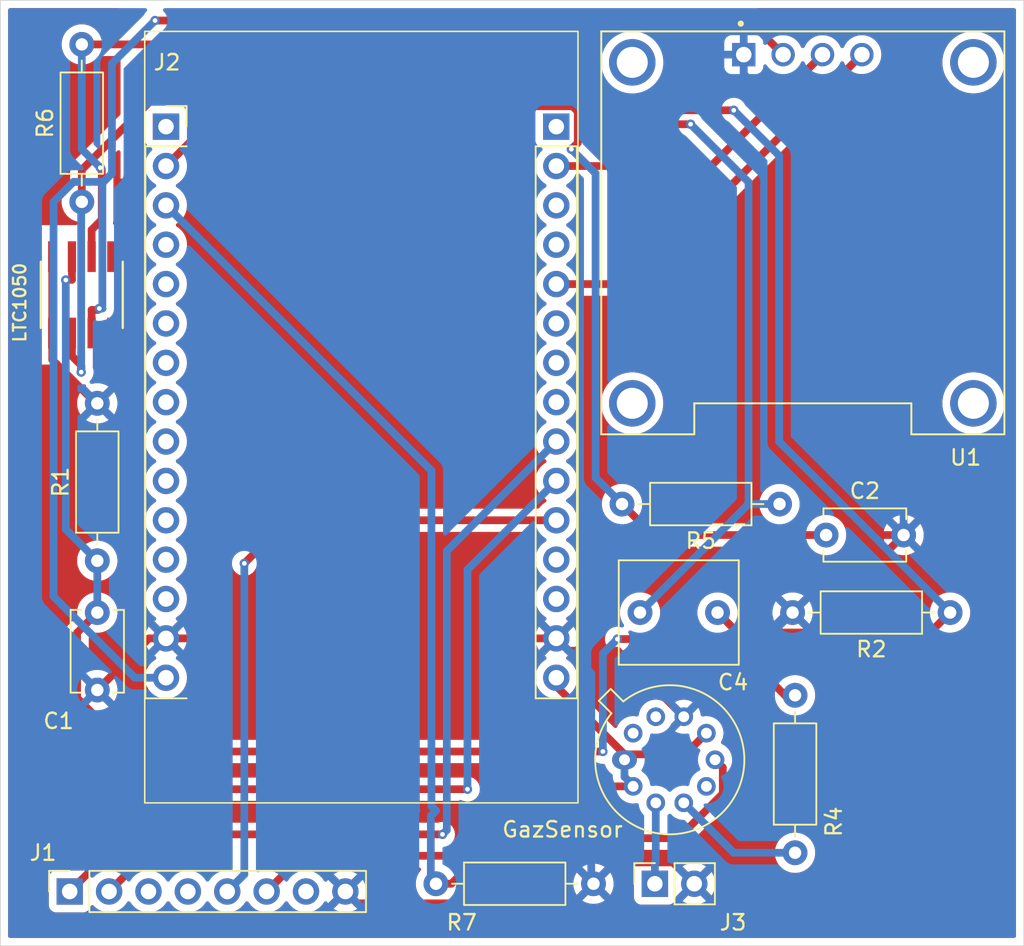
<source format=kicad_pcb>
(kicad_pcb (version 20241229) (generator "pcbnew") (generator_version "9.0")
  (layers (0 "F.Cu" signal) (2 "B.Cu" signal) (13 "F.Paste" user) (15 "B.Paste" user) (5 "F.SilkS" user "F.Silkscreen") (7 "B.SilkS" user "B.Silkscreen") (1 "F.Mask" user) (3 "B.Mask" user) (25 "Edge.Cuts" user))
  (net 0 "")
  (net 1 "Net-(LTC1050-+IN)")
  (net 2 "GND")
  (net 3 "ADC")
  (net 4 "Net-(LTC1050--IN)")
  (net 5 "Net-(LTC1050-OUT)")
  (net 6 "+3.3V")
  (net 7 "+5V")
  (net 10 "GazSensor1")
  (net 11 "GazSensor2")
  (net 12 "TempSensor")
  (net 14 "RST")
  (net 17 "RX")
  (net 18 "TX")
  (net 40 "OLED_SDA")
  (net 41 "OLED_SCL")
  (net 42 "15V")
  (footprint "Capacitor_THT:C_Disc_D5.1mm_W3.2mm_P5.00mm" (layer "F.Cu") (at 141 88.5)
    (property "Reference" "C2" (at 2.5 -2.85 0) (layer "F.SilkS"))
    (property "Value" "100n")
    (fp_line (start -0.17 -1.72) (end 5.17 -1.72) (stroke (width 0.12)) (layer "F.SilkS"))
    (fp_line (start -0.17 -1.026) (end -0.17 -1.72) (stroke (width 0.12)) (layer "F.SilkS"))
    (fp_line (start -0.17 1.72) (end -0.17 1.026) (stroke (width 0.12)) (layer "F.SilkS"))
    (fp_line (start 5.17 -1.72) (end 5.17 -1.026) (stroke (width 0.12)) (layer "F.SilkS"))
    (fp_line (start 5.17 1.026) (end 5.17 1.72) (stroke (width 0.12)) (layer "F.SilkS"))
    (fp_line (start 5.17 1.72) (end -0.17 1.72) (stroke (width 0.12)) (layer "F.SilkS"))
    (pad "1" thru_hole circle (at 0 0) (size 1.6 1.6) (drill 0.8) (layers "*.Cu" "*.Mask") (net 3 "ADC"))
    (pad "2" thru_hole circle (at 5 0) (size 1.6 1.6) (drill 0.8) (layers "*.Cu" "*.Mask") (net 2 "GND"))
  )
  (footprint "Resistor_THT:R_Axial_DIN0207_L6.3mm_D2.5mm_P10.16mm_Horizontal" (layer "F.Cu") (at 138 86.5 180)
    (property "Reference" "R5" (at 5.08 -2.37 0) (layer "F.SilkS"))
    (property "Value" "1k")
    (fp_line (start 9.12 0) (end 8.35 0) (stroke (width 0.12)) (layer "F.SilkS"))
    (fp_line (start 1.04 0) (end 1.81 0) (stroke (width 0.12)) (layer "F.SilkS"))
    (fp_rect (start 1.81 -1.37) (end 8.35 1.37) (stroke (width 0.12)) (fill no) (layer "F.SilkS"))
    (pad "1" thru_hole circle (at 0 0 180) (size 1.6 1.6) (drill 0.8) (layers "*.Cu" "*.Mask") (net 5 "Net-(LTC1050-OUT)"))
    (pad "2" thru_hole circle (at 10.16 0 180) (size 1.6 1.6) (drill 0.8) (layers "*.Cu" "*.Mask") (net 3 "ADC"))
  )
  (footprint "Resistor_THT:R_Axial_DIN0207_L6.3mm_D2.5mm_P10.16mm_Horizontal" (layer "F.Cu") (at 94 90.16 90)
    (property "Reference" "R1" (at 5.08 -2.37 90) (layer "F.SilkS"))
    (property "Value" "100k")
    (fp_line (start 9.12 0) (end 8.35 0) (stroke (width 0.12)) (layer "F.SilkS"))
    (fp_line (start 1.04 0) (end 1.81 0) (stroke (width 0.12)) (layer "F.SilkS"))
    (fp_rect (start 1.81 -1.37) (end 8.35 1.37) (stroke (width 0.12)) (fill no) (layer "F.SilkS"))
    (pad "1" thru_hole circle (at 0 0 90) (size 1.6 1.6) (drill 0.8) (layers "*.Cu" "*.Mask") (net 1 "Net-(LTC1050-+IN)"))
    (pad "2" thru_hole circle (at 10.16 0 90) (size 1.6 1.6) (drill 0.8) (layers "*.Cu" "*.Mask") (net 2 "GND"))
  )
  (footprint "DM-OLED096-636:MODULE_DM-OLED096-636" (layer "F.Cu") (at 139.5 69)
    (property "Reference" "U1" (at 10.5 14.5 0) (layer "F.SilkS"))
    (property "Value" "DM-OLED096-636" (hide yes))
    (fp_line (start -13 -13) (end 13 -13) (stroke (width 0.127)) (layer "F.SilkS"))
    (fp_line (start -13 13) (end -13 -13) (stroke (width 0.127)) (layer "F.SilkS"))
    (fp_line (start -7 11) (end -7 13) (stroke (width 0.127)) (layer "F.SilkS"))
    (fp_line (start -7 13) (end -13 13) (stroke (width 0.127)) (layer "F.SilkS"))
    (fp_line (start 7 11) (end -7 11) (stroke (width 0.127)) (layer "F.SilkS"))
    (fp_line (start 7 13) (end 7 11) (stroke (width 0.127)) (layer "F.SilkS"))
    (fp_line (start 13 -13) (end 13 13) (stroke (width 0.127)) (layer "F.SilkS"))
    (fp_line (start 13 13) (end 7 13) (stroke (width 0.127)) (layer "F.SilkS"))
    (fp_circle (center -4 -13.5) (end -3.9 -13.5) (stroke (width 0.2)) (fill no) (layer "F.SilkS"))
    (pad "1" thru_hole rect (at -3.81 -11.5) (size 1.508 1.508) (drill 1) (layers "*.Cu" "*.Mask") (net 2 "GND"))
    (pad "2" thru_hole circle (at -1.27 -11.5) (size 1.508 1.508) (drill 1) (layers "*.Cu" "*.Mask") (net 7 "+5V"))
    (pad "3" thru_hole circle (at 1.27 -11.5) (size 1.508 1.508) (drill 1) (layers "*.Cu" "*.Mask") (net 41 "OLED_SCL"))
    (pad "4" thru_hole circle (at 3.81 -11.5) (size 1.508 1.508) (drill 1) (layers "*.Cu" "*.Mask") (net 40 "OLED_SDA"))
    (pad "S1" thru_hole circle (at -11 -11) (size 3 3) (drill 2) (layers "*.Cu" "*.Mask"))
    (pad "S2" thru_hole circle (at 11 -11) (size 3 3) (drill 2) (layers "*.Cu" "*.Mask"))
    (pad "S3" thru_hole circle (at 11 11) (size 3 3) (drill 2) (layers "*.Cu" "*.Mask"))
    (pad "S4" thru_hole circle (at -11 11) (size 3 3) (drill 2) (layers "*.Cu" "*.Mask"))
  )
  (footprint "Resistor_THT:R_Axial_DIN0207_L6.3mm_D2.5mm_P10.16mm_Horizontal" (layer "F.Cu") (at 93 67 90)
    (property "Reference" "R6" (at 5.08 -2.37 90) (layer "F.SilkS"))
    (property "Value" "100k")
    (fp_line (start 9.12 0) (end 8.35 0) (stroke (width 0.12)) (layer "F.SilkS"))
    (fp_line (start 1.04 0) (end 1.81 0) (stroke (width 0.12)) (layer "F.SilkS"))
    (fp_rect (start 1.81 -1.37) (end 8.35 1.37) (stroke (width 0.12)) (fill no) (layer "F.SilkS"))
    (pad "1" thru_hole circle (at 0 0 90) (size 1.6 1.6) (drill 0.8) (layers "*.Cu" "*.Mask") (net 5 "Net-(LTC1050-OUT)"))
    (pad "2" thru_hole circle (at 10.16 0 90) (size 1.6 1.6) (drill 0.8) (layers "*.Cu" "*.Mask") (net 4 "Net-(LTC1050--IN)"))
  )
  (footprint "Capacitor_THT:C_Disc_D5.1mm_W3.2mm_P5.00mm" (layer "F.Cu") (at 94 93.5 -90)
    (property "Reference" "C1" (at 7 2.5 180) (layer "F.SilkS"))
    (property "Value" "100n")
    (fp_line (start -0.17 1.72) (end -0.17 1.026) (stroke (width 0.12)) (layer "F.SilkS"))
    (fp_line (start 5.17 1.72) (end -0.17 1.72) (stroke (width 0.12)) (layer "F.SilkS"))
    (fp_line (start 5.17 1.026) (end 5.17 1.72) (stroke (width 0.12)) (layer "F.SilkS"))
    (fp_line (start -0.17 -1.026) (end -0.17 -1.72) (stroke (width 0.12)) (layer "F.SilkS"))
    (fp_line (start -0.17 -1.72) (end 5.17 -1.72) (stroke (width 0.12)) (layer "F.SilkS"))
    (fp_line (start 5.17 -1.72) (end 5.17 -1.026) (stroke (width 0.12)) (layer "F.SilkS"))
    (pad "1" thru_hole circle (at 0 0 270) (size 1.6 1.6) (drill 0.8) (layers "*.Cu" "*.Mask") (net 1 "Net-(LTC1050-+IN)"))
    (pad "2" thru_hole circle (at 5 0 270) (size 1.6 1.6) (drill 0.8) (layers "*.Cu" "*.Mask") (net 2 "GND"))
  )
  (footprint "Resistor_THT:R_Axial_DIN0207_L6.3mm_D2.5mm_P10.16mm_Horizontal" (layer "F.Cu") (at 149 93.5 180)
    (property "Reference" "R2" (at 5.08 -2.37 0) (layer "F.SilkS"))
    (property "Value" "1k")
    (fp_line (start 9.12 0) (end 8.35 0) (stroke (width 0.12)) (layer "F.SilkS"))
    (fp_line (start 1.04 0) (end 1.81 0) (stroke (width 0.12)) (layer "F.SilkS"))
    (fp_rect (start 1.81 -1.37) (end 8.35 1.37) (stroke (width 0.12)) (fill no) (layer "F.SilkS"))
    (pad "1" thru_hole circle (at 0 0 180) (size 1.6 1.6) (drill 0.8) (layers "*.Cu" "*.Mask") (net 4 "Net-(LTC1050--IN)"))
    (pad "2" thru_hole circle (at 10.16 0 180) (size 1.6 1.6) (drill 0.8) (layers "*.Cu" "*.Mask") (net 2 "GND"))
  )
  (footprint "Connector_PinSocket_2.54mm:PinSocket_1x02_P2.54mm_Vertical" (layer "F.Cu") (at 129.96 111 90)
    (property "Reference" "J3" (at -2.5 5.04 180) (layer "F.SilkS"))
    (property "Value" "Conn_01x02_Socket" (hide yes))
    (fp_line (start 1.33 -1.33) (end 1.33 0) (stroke (width 0.12)) (layer "F.SilkS"))
    (fp_line (start 0 -1.33) (end 1.33 -1.33) (stroke (width 0.12)) (layer "F.SilkS"))
    (fp_line (start 1.33 1.27) (end 1.33 3.87) (stroke (width 0.12)) (layer "F.SilkS"))
    (fp_line (start -1.33 1.27) (end 1.33 1.27) (stroke (width 0.12)) (layer "F.SilkS"))
    (fp_line (start -1.33 1.27) (end -1.33 3.87) (stroke (width 0.12)) (layer "F.SilkS"))
    (fp_line (start -1.33 3.87) (end 1.33 3.87) (stroke (width 0.12)) (layer "F.SilkS"))
    (pad "1" thru_hole rect (at 0 0 90) (size 1.7 1.7) (drill 1) (layers "*.Cu" "*.Mask") (net 42 "15V"))
    (pad "2" thru_hole circle (at 0 2.54 90) (size 1.7 1.7) (drill 1) (layers "*.Cu" "*.Mask") (net 2 "GND"))
  )
  (footprint "Package_TO_SOT_THT:TO-5-10_Window" (layer "F.Cu") (at 128 103)
    (property "Reference" "GazSensor" (at -4 4.5 0) (layer "F.SilkS"))
    (property "Value" "~" (hide yes))
    (fp_line (start -1.654693 -3.811018) (end -0.84152 -2.997844) (stroke (width 0.12)) (layer "F.SilkS"))
    (fp_line (start -0.891018 -4.574693) (end -1.654693 -3.811018) (stroke (width 0.12)) (layer "F.SilkS"))
    (fp_line (start -0.077844 -3.76152) (end -0.891018 -4.574693) (stroke (width 0.12)) (layer "F.SilkS"))
    (fp_arc (start -0.077844 -3.76152) (mid 6.321184 3.401184) (end -0.84152 -2.997844) (stroke (width 0.12)) (layer "F.SilkS"))
    (pad "1" thru_hole oval (at 0 0) (size 1.6 1.2) (drill 0.7) (layers "*.Cu" "*.Mask") (net 6 "+3.3V"))
    (pad "2" thru_hole circle (at 0.55767 1.716333) (size 1.2 1.2) (drill 0.7) (layers "*.Cu" "*.Mask") (net 6 "+3.3V"))
    (pad "3" thru_hole circle (at 2.01767 2.777085) (size 1.2 1.2) (drill 0.7) (layers "*.Cu" "*.Mask") (net 42 "15V"))
    (pad "4" thru_hole circle (at 3.82233 2.777085) (size 1.2 1.2) (drill 0.7) (layers "*.Cu" "*.Mask") (net 10 "GazSensor1"))
    (pad "5" thru_hole circle (at 5.28233 1.716333) (size 1.2 1.2) (drill 0.7) (layers "*.Cu" "*.Mask"))
    (pad "6" thru_hole circle (at 5.84 0) (size 1.2 1.2) (drill 0.7) (layers "*.Cu" "*.Mask") (net 12 "TempSensor"))
    (pad "7" thru_hole circle (at 5.28233 -1.716333) (size 1.2 1.2) (drill 0.7) (layers "*.Cu" "*.Mask") (net 6 "+3.3V"))
    (pad "8" thru_hole circle (at 3.82233 -2.777085) (size 1.2 1.2) (drill 0.7) (layers "*.Cu" "*.Mask") (net 2 "GND"))
    (pad "9" thru_hole circle (at 2.01767 -2.777085) (size 1.2 1.2) (drill 0.7) (layers "*.Cu" "*.Mask") (net 11 "GazSensor2"))
    (pad "10" thru_hole circle (at 0.55767 -1.716333) (size 1.2 1.2) (drill 0.7) (layers "*.Cu" "*.Mask"))
  )
  (footprint "Resistor_THT:R_Axial_DIN0207_L6.3mm_D2.5mm_P10.16mm_Horizontal" (layer "F.Cu") (at 115.84 111)
    (property "Reference" "R7" (at 1.66 2.5 0) (layer "F.SilkS"))
    (property "Value" "10k")
    (fp_line (start 1.04 0) (end 1.81 0) (stroke (width 0.12)) (layer "F.SilkS"))
    (fp_line (start 9.12 0) (end 8.35 0) (stroke (width 0.12)) (layer "F.SilkS"))
    (fp_rect (start 1.81 -1.37) (end 8.35 1.37) (stroke (width 0.12)) (fill no) (layer "F.SilkS"))
    (pad "1" thru_hole circle (at 0 0) (size 1.6 1.6) (drill 0.8) (layers "*.Cu" "*.Mask") (net 12 "TempSensor"))
    (pad "2" thru_hole circle (at 10.16 0) (size 1.6 1.6) (drill 0.8) (layers "*.Cu" "*.Mask") (net 2 "GND"))
  )
  (footprint "Connector_PinSocket_2.54mm:PinSocket_1x08_P2.54mm_Vertical" (layer "F.Cu") (at 92.22 111.5 90)
    (property "Reference" "J1" (at 2.5 -1.72 180) (layer "F.SilkS"))
    (property "Value" "Conn_01x08_Socket" (hide yes))
    (fp_line (start 1.33 -1.33) (end 1.33 0) (stroke (width 0.12)) (layer "F.SilkS"))
    (fp_line (start 0 -1.33) (end 1.33 -1.33) (stroke (width 0.12)) (layer "F.SilkS"))
    (fp_line (start 1.33 1.27) (end 1.33 19.11) (stroke (width 0.12)) (layer "F.SilkS"))
    (fp_line (start -1.33 1.27) (end 1.33 1.27) (stroke (width 0.12)) (layer "F.SilkS"))
    (fp_line (start -1.33 1.27) (end -1.33 19.11) (stroke (width 0.12)) (layer "F.SilkS"))
    (fp_line (start -1.33 19.11) (end 1.33 19.11) (stroke (width 0.12)) (layer "F.SilkS"))
    (pad "1" thru_hole rect (at 0 0 90) (size 1.7 1.7) (drill 1) (layers "*.Cu" "*.Mask") (net 17 "RX"))
    (pad "2" thru_hole circle (at 0 2.54 90) (size 1.7 1.7) (drill 1) (layers "*.Cu" "*.Mask") (net 18 "TX"))
    (pad "3" thru_hole circle (at 0 5.08 90) (size 1.7 1.7) (drill 1) (layers "*.Cu" "*.Mask"))
    (pad "4" thru_hole circle (at 0 7.62 90) (size 1.7 1.7) (drill 1) (layers "*.Cu" "*.Mask"))
    (pad "5" thru_hole circle (at 0 10.16 90) (size 1.7 1.7) (drill 1) (layers "*.Cu" "*.Mask") (net 14 "RST"))
    (pad "6" thru_hole circle (at 0 12.7 90) (size 1.7 1.7) (drill 1) (layers "*.Cu" "*.Mask") (net 6 "+3.3V"))
    (pad "7" thru_hole circle (at 0 15.24 90) (size 1.7 1.7) (drill 1) (layers "*.Cu" "*.Mask"))
    (pad "8" thru_hole circle (at 0 17.78 90) (size 1.7 1.7) (drill 1) (layers "*.Cu" "*.Mask") (net 2 "GND"))
  )
  (footprint "LTC1050HS8_TRPBF:SO-8_S" (layer "F.Cu") (at 93 73 -90)
    (property "Reference" "LTC1050" (at 0.5 4 270) (layer "F.SilkS") (effects (font (size 0.8 0.8))))
    (property "Value" "~" (hide yes))
    (fp_line (start -2.1336 2.6416) (end 2.1336 2.6416) (stroke (width 0.1524)) (layer "F.SilkS"))
    (fp_line (start 2.1336 -2.6416) (end -2.1336 -2.6416) (stroke (width 0.1524)) (layer "F.SilkS"))
    (pad "1" smd rect (at -2.4638 -1.905 270) (size 1.9812 0.5334) (layers "F.Cu" "F.Mask" "F.Paste"))
    (pad "2" smd rect (at -2.4638 -0.635 270) (size 1.9812 0.5334) (layers "F.Cu" "F.Mask" "F.Paste") (net 4 "Net-(LTC1050--IN)"))
    (pad "3" smd rect (at -2.4638 0.635 270) (size 1.9812 0.5334) (layers "F.Cu" "F.Mask" "F.Paste") (net 1 "Net-(LTC1050-+IN)"))
    (pad "4" smd rect (at -2.4638 1.905 270) (size 1.9812 0.5334) (layers "F.Cu" "F.Mask" "F.Paste") (net 2 "GND"))
    (pad "5" smd rect (at 2.4638 1.905 270) (size 1.9812 0.5334) (layers "F.Cu" "F.Mask" "F.Paste") (net 2 "GND"))
    (pad "6" smd rect (at 2.4638 0.635 270) (size 1.9812 0.5334) (layers "F.Cu" "F.Mask" "F.Paste") (net 5 "Net-(LTC1050-OUT)"))
    (pad "7" smd rect (at 2.4638 -0.635 270) (size 1.9812 0.5334) (layers "F.Cu" "F.Mask" "F.Paste") (net 7 "+5V"))
    (pad "8" smd rect (at 2.4638 -1.905 270) (size 1.9812 0.5334) (layers "F.Cu" "F.Mask" "F.Paste"))
  )
  (footprint "Capacitor_THT:C_Rect_L7.5mm_W6.5mm_P5.00mm" (layer "F.Cu") (at 134 93.5 180)
    (property "Reference" "C4" (at -1 -4.5 0) (layer "F.SilkS"))
    (property "Value" "1µ")
    (fp_line (start 6.37 3.37) (end -1.37 3.37) (stroke (width 0.12)) (layer "F.SilkS"))
    (fp_line (start 6.37 -3.37) (end 6.37 3.37) (stroke (width 0.12)) (layer "F.SilkS"))
    (fp_line (start -1.37 3.37) (end -1.37 -3.37) (stroke (width 0.12)) (layer "F.SilkS"))
    (fp_line (start -1.37 -3.37) (end 6.37 -3.37) (stroke (width 0.12)) (layer "F.SilkS"))
    (pad "1" thru_hole circle (at 0 0 180) (size 1.6 1.6) (drill 0.8) (layers "*.Cu" "*.Mask") (net 4 "Net-(LTC1050--IN)"))
    (pad "2" thru_hole circle (at 5 0 180) (size 1.6 1.6) (drill 0.8) (layers "*.Cu" "*.Mask") (net 5 "Net-(LTC1050-OUT)"))
  )
  (footprint "Custom_Footprint_ESP32:Custom" (layer "F.Cu") (at 112 80)
    (property "Reference" "J2" (at -13.5 -22 0) (layer "F.SilkS"))
    (property "Value" "Conn_ESP32_Custom" (hide yes))
    (fp_line (start -14.8984 -16.5832) (end -14.8984 19.0368) (stroke (width 0.12)) (layer "F.SilkS"))
    (fp_line (start -14.8984 -16.5832) (end -12.2384 -16.5832) (stroke (width 0.12)) (layer "F.SilkS"))
    (fp_line (start -14.8984 19.0368) (end -12.2384 19.0368) (stroke (width 0.12)) (layer "F.SilkS"))
    (fp_line (start -13.5684 -19.1832) (end -12.2384 -19.1832) (stroke (width 0.12)) (layer "F.SilkS"))
    (fp_line (start -12.2384 -19.1832) (end -12.2384 -17.8532) (stroke (width 0.12)) (layer "F.SilkS"))
    (fp_line (start 10.273 -16.5832) (end 10.273 19.0368) (stroke (width 0.12)) (layer "F.SilkS"))
    (fp_line (start 10.273 -16.5832) (end 12.933 -16.5832) (stroke (width 0.12)) (layer "F.SilkS"))
    (fp_line (start 10.273 19.0368) (end 12.933 19.0368) (stroke (width 0.12)) (layer "F.SilkS"))
    (fp_line (start 12.933 -16.5832) (end 12.933 19.0368) (stroke (width 0.12)) (layer "F.SilkS"))
    (fp_rect (start -14.94 -24) (end 13 25.784) (stroke (width 0.1)) (fill no) (layer "F.SilkS"))
    (pad "1" thru_hole rect (at -13.5684 -17.8532) (size 1.7 1.7) (drill 1) (layers "*.Cu" "*.Mask"))
    (pad "2" thru_hole circle (at -13.5684 -15.3132) (size 1.7 1.7) (drill 1) (layers "*.Cu" "*.Mask") (net 3 "ADC"))
    (pad "3" thru_hole circle (at -13.5684 -12.7732) (size 1.7 1.7) (drill 1) (layers "*.Cu" "*.Mask") (net 12 "TempSensor"))
    (pad "4" thru_hole circle (at -13.5684 -10.2332) (size 1.7 1.7) (drill 1) (layers "*.Cu" "*.Mask"))
    (pad "5" thru_hole circle (at -13.5684 -7.6932) (size 1.7 1.7) (drill 1) (layers "*.Cu" "*.Mask"))
    (pad "6" thru_hole circle (at -13.5684 -5.1532) (size 1.7 1.7) (drill 1) (layers "*.Cu" "*.Mask"))
    (pad "7" thru_hole circle (at -13.5684 -2.6132) (size 1.7 1.7) (drill 1) (layers "*.Cu" "*.Mask"))
    (pad "8" thru_hole circle (at -13.5684 -0.0732) (size 1.7 1.7) (drill 1) (layers "*.Cu" "*.Mask"))
    (pad "9" thru_hole circle (at -13.5684 2.4668) (size 1.7 1.7) (drill 1) (layers "*.Cu" "*.Mask"))
    (pad "10" thru_hole circle (at -13.5684 5.0068) (size 1.7 1.7) (drill 1) (layers "*.Cu" "*.Mask"))
    (pad "11" thru_hole circle (at -13.5684 7.5468) (size 1.7 1.7) (drill 1) (layers "*.Cu" "*.Mask"))
    (pad "12" thru_hole circle (at -13.5684 10.0868) (size 1.7 1.7) (drill 1) (layers "*.Cu" "*.Mask"))
    (pad "13" thru_hole circle (at -13.5684 12.6268) (size 1.7 1.7) (drill 1) (layers "*.Cu" "*.Mask"))
    (pad "14" thru_hole circle (at -13.5684 15.1668) (size 1.7 1.7) (drill 1) (layers "*.Cu" "*.Mask") (net 2 "GND"))
    (pad "15" thru_hole circle (at -13.5684 17.7068) (size 1.7 1.7) (drill 1) (layers "*.Cu" "*.Mask") (net 7 "+5V"))
    (pad "16" thru_hole rect (at 11.603 -17.8532) (size 1.7 1.7) (drill 1) (layers "*.Cu" "*.Mask"))
    (pad "17" thru_hole circle (at 11.603 -15.3132) (size 1.7 1.7) (drill 1) (layers "*.Cu" "*.Mask") (net 41 "OLED_SCL"))
    (pad "18" thru_hole circle (at 11.603 -12.7732) (size 1.7 1.7) (drill 1) (layers "*.Cu" "*.Mask"))
    (pad "19" thru_hole circle (at 11.603 -10.2332) (size 1.7 1.7) (drill 1) (layers "*.Cu" "*.Mask"))
    (pad "20" thru_hole circle (at 11.603 -7.6932) (size 1.7 1.7) (drill 1) (layers "*.Cu" "*.Mask") (net 40 "OLED_SDA"))
    (pad "21" thru_hole circle (at 11.603 -5.1532) (size 1.7 1.7) (drill 1) (layers "*.Cu" "*.Mask"))
    (pad "22" thru_hole circle (at 11.603 -2.6132) (size 1.7 1.7) (drill 1) (layers "*.Cu" "*.Mask"))
    (pad "23" thru_hole circle (at 11.603 -0.0732) (size 1.7 1.7) (drill 1) (layers "*.Cu" "*.Mask"))
    (pad "24" thru_hole circle (at 11.603 2.4668) (size 1.7 1.7) (drill 1) (layers "*.Cu" "*.Mask") (net 18 "TX"))
    (pad "25" thru_hole circle (at 11.603 5.0068) (size 1.7 1.7) (drill 1) (layers "*.Cu" "*.Mask") (net 17 "RX"))
    (pad "26" thru_hole circle (at 11.603 7.5468) (size 1.7 1.7) (drill 1) (layers "*.Cu" "*.Mask") (net 14 "RST"))
    (pad "27" thru_hole circle (at 11.603 10.0868) (size 1.7 1.7) (drill 1) (layers "*.Cu" "*.Mask"))
    (pad "28" thru_hole circle (at 11.603 12.6268) (size 1.7 1.7) (drill 1) (layers "*.Cu" "*.Mask"))
    (pad "29" thru_hole circle (at 11.603 15.1668) (size 1.7 1.7) (drill 1) (layers "*.Cu" "*.Mask") (net 2 "GND"))
    (pad "30" thru_hole circle (at 11.603 17.7068) (size 1.7 1.7) (drill 1) (layers "*.Cu" "*.Mask") (net 6 "+3.3V"))
  )
  (footprint "Resistor_THT:R_Axial_DIN0207_L6.3mm_D2.5mm_P10.16mm_Horizontal" (layer "F.Cu") (at 139 109 90)
    (property "Reference" "R4" (at 2 2.5 90) (layer "F.SilkS"))
    (property "Value" "10k")
    (fp_line (start 9.12 0) (end 8.35 0) (stroke (width 0.12)) (layer "F.SilkS"))
    (fp_line (start 1.04 0) (end 1.81 0) (stroke (width 0.12)) (layer "F.SilkS"))
    (fp_rect (start 1.81 -1.37) (end 8.35 1.37) (stroke (width 0.12)) (fill no) (layer "F.SilkS"))
    (pad "1" thru_hole circle (at 0 0 90) (size 1.6 1.6) (drill 0.8) (layers "*.Cu" "*.Mask") (net 10 "GazSensor1"))
    (pad "2" thru_hole circle (at 10.16 0 90) (size 1.6 1.6) (drill 0.8) (layers "*.Cu" "*.Mask") (net 1 "Net-(LTC1050-+IN)"))
  )
  (gr_rect (start 87.75 54) (end 153.75 115) (stroke (width 0.05)) (fill no) (layer "Edge.Cuts"))
  (segment (start 126.6063 102.4669) (end 96.1527 102.4669) (width 0.5) (layer "F.Cu") (net 1))
  (segment (start 134.7218 95.212) (end 127.5426 95.212) (width 0.5) (layer "F.Cu") (net 1))
  (segment (start 92.6976 94.8024) (end 94 93.5) (width 0.5) (layer "F.Cu") (net 1))
  (segment (start 92.6976 99.0118) (end 92.6976 94.8024) (width 0.5) (layer "F.Cu") (net 1))
  (segment (start 91.9675 72.0472) (end 91.9659 72.0472) (width 0.5) (layer "F.Cu") (net 1))
  (segment (start 92.365 72.0268) (end 91.9879 72.0268) (width 0.5) (layer "F.Cu") (net 1))
  (segment (start 138.3498 98.84) (end 134.7218 95.212) (width 0.5) (layer "F.Cu") (net 1))
  (segment (start 96.1527 102.4669) (end 92.6976 99.0118) (width 0.5) (layer "F.Cu") (net 1))
  (segment (start 91.9659 72.0472) (end 91.9675 72.0472) (width 0.5) (layer "F.Cu") (net 1))
  (segment (start 92.365 70.5362) (end 92.365 72.0268) (width 0.5) (layer "F.Cu") (net 1))
  (segment (start 91.9879 72.0268) (end 91.9675 72.0472) (width 0.5) (layer "F.Cu") (net 1))
  (segment (start 139 98.84) (end 138.3498 98.84) (width 0.5) (layer "F.Cu") (net 1))
  (via (at 91.9675 72.0472) (size 0.6) (drill 0.3) (layers "F.Cu" "B.Cu") (net 1))
  (via (at 126.6063 102.4669) (size 0.6) (drill 0.3) (layers "F.Cu" "B.Cu") (net 1))
  (via (at 127.5426 95.212) (size 0.6) (drill 0.3) (layers "F.Cu" "B.Cu") (net 1))
  (segment (start 126.6063 96.1483) (end 126.6063 102.4669) (width 0.5) (layer "B.Cu") (net 1))
  (segment (start 91.9659 72.0472) (end 91.9675 72.0472) (width 0.5) (layer "B.Cu") (net 1))
  (segment (start 94 90.16) (end 91.9675 88.1275) (width 0.5) (layer "B.Cu") (net 1))
  (segment (start 127.5426 95.212) (end 126.6063 96.1483) (width 0.5) (layer "B.Cu") (net 1))
  (segment (start 91.9675 72.0472) (end 91.9659 72.0472) (width 0.5) (layer "B.Cu") (net 1))
  (segment (start 91.9675 88.1275) (end 91.9675 72.0472) (width 0.5) (layer "B.Cu") (net 1))
  (segment (start 94 90.16) (end 94 93.5) (width 0.5) (layer "B.Cu") (net 1))
  (segment (start 91.095 70.5362) (end 91.095 75.4638) (width 0.5) (layer "F.Cu") (net 2))
  (segment (start 124.7353 112.2647) (end 110.7647 112.2647) (width 0.5) (layer "F.Cu") (net 2))
  (segment (start 123.603 95.1668) (end 98.4316 95.1668) (width 0.5) (layer "F.Cu") (net 2))
  (segment (start 93.9128 80) (end 94 80) (width 0.5) (layer "F.Cu") (net 2))
  (segment (start 127.5631 95.9637) (end 131.8223 100.2229) (width 0.5) (layer "F.Cu") (net 2))
  (segment (start 131.1224 109.6224) (end 132.5 111) (width 0.5) (layer "F.Cu") (net 2))
  (segment (start 126 111) (end 124.7353 112.2647) (width 0.5) (layer "F.Cu") (net 2))
  (segment (start 97.3332 95.1668) (end 98.4316 95.1668) (width 0.5) (layer "F.Cu") (net 2))
  (segment (start 127.3776 109.6224) (end 131.1224 109.6224) (width 0.5) (layer "F.Cu") (net 2))
  (segment (start 126 111) (end 127.3776 109.6224) (width 0.5) (layer "F.Cu") (net 2))
  (segment (start 91.095 75.4638) (end 91.095 77.1822) (width 0.5) (layer "F.Cu") (net 2))
  (segment (start 124.3999 95.9637) (end 127.5631 95.9637) (width 0.5) (layer "F.Cu") (net 2))
  (segment (start 143.84 88.5) (end 146 88.5) (width 0.5) (layer "F.Cu") (net 2))
  (segment (start 138.84 93.5) (end 143.84 88.5) (width 0.5) (layer "F.Cu") (net 2))
  (segment (start 94 98.5) (end 97.3332 95.1668) (width 0.5) (layer "F.Cu") (net 2))
  (segment (start 91.095 77.1822) (end 93.9128 80) (width 0.5) (layer "F.Cu") (net 2))
  (segment (start 110.7647 112.2647) (end 110 111.5) (width 0.5) (layer "F.Cu") (net 2))
  (segment (start 123.603 95.1668) (end 124.3999 95.9637) (width 0.5) (layer "F.Cu") (net 2))
  (segment (start 135.69 57.5) (end 135.69 58.754) (width 0.5) (layer "B.Cu") (net 2))
  (segment (start 98.4316 95.1668) (end 96.5345 93.2697) (width 0.5) (layer "B.Cu") (net 2))
  (segment (start 125.8546 110.8546) (end 126 111) (width 0.5) (layer "B.Cu") (net 2))
  (segment (start 131.8223 100.2229) (end 138.5452 93.5) (width 0.5) (layer "B.Cu") (net 2))
  (segment (start 96.5345 93.2697) (end 96.5345 82.5345) (width 0.5) (layer "B.Cu") (net 2))
  (segment (start 135.69 58.754) (end 146 69.064) (width 0.5) (layer "B.Cu") (net 2))
  (segment (start 146 69.064) (end 146 88.5) (width 0.5) (layer "B.Cu") (net 2))
  (segment (start 123.603 95.1668) (end 125.8546 97.4184) (width 0.5) (layer "B.Cu") (net 2))
  (segment (start 125.8546 97.4184) (end 125.8546 110.8546) (width 0.5) (layer "B.Cu") (net 2))
  (segment (start 96.5345 82.5345) (end 94 80) (width 0.5) (layer "B.Cu") (net 2))
  (segment (start 138.5452 93.5) (end 138.84 93.5) (width 0.5) (layer "B.Cu") (net 2))
  (segment (start 141 88.5) (end 129.84 88.5) (width 0.5) (layer "F.Cu") (net 3))
  (segment (start 102.2876 60.8308) (end 124.6461 60.8308) (width 0.5) (layer "F.Cu") (net 3))
  (segment (start 129.84 88.5) (end 127.84 86.5) (width 0.5) (layer "F.Cu") (net 3))
  (segment (start 124.6461 60.8308) (end 124.9874 61.1721) (width 0.5) (layer "F.Cu") (net 3))
  (segment (start 124.9874 61.1721) (end 124.9874 63.1898) (width 0.5) (layer "F.Cu") (net 3))
  (segment (start 98.4316 64.6868) (end 102.2876 60.8308) (width 0.5) (layer "F.Cu") (net 3))
  (segment (start 124.9874 63.1898) (end 124.5737 63.6035) (width 0.5) (layer "F.Cu") (net 3))
  (via (at 124.5737 63.6035) (size 0.6) (drill 0.3) (layers "F.Cu" "B.Cu") (net 3))
  (segment (start 126.1359 84.7959) (end 127.84 86.5) (width 0.5) (layer "B.Cu") (net 3))
  (segment (start 126.1359 65.1657) (end 126.1359 84.7959) (width 0.5) (layer "B.Cu") (net 3))
  (segment (start 124.5737 63.6035) (end 126.1359 65.1657) (width 0.5) (layer "B.Cu") (net 3))
  (segment (start 134.0022 93.5) (end 134 93.5) (width 0.5) (layer "F.Cu") (net 4))
  (segment (start 135.2913 94.7891) (end 134.0022 93.5) (width 0.5) (layer "F.Cu") (net 4))
  (segment (start 94.2888 68.1495) (end 93.635 68.8033) (width 0.5) (layer "F.Cu") (net 4))
  (segment (start 127.3491 61.0905) (end 123.0986 56.84) (width 0.5) (layer "F.Cu") (net 4))
  (segment (start 93.635 68.8033) (end 93.635 70.5362) (width 0.5) (layer "F.Cu") (net 4))
  (segment (start 94.2888 64.891) (end 94.2888 68.1495) (width 0.5) (layer "F.Cu") (net 4))
  (segment (start 149 93.5) (end 147.7109 94.7891) (width 0.5) (layer "F.Cu") (net 4))
  (segment (start 147.7109 94.7891) (end 135.2913 94.7891) (width 0.5) (layer "F.Cu") (net 4))
  (segment (start 135.0471 61.0905) (end 127.3491 61.0905) (width 0.5) (layer "F.Cu") (net 4))
  (segment (start 94.1946 64.7968) (end 94.2888 64.891) (width 0.5) (layer "F.Cu") (net 4))
  (segment (start 123.0986 56.84) (end 93 56.84) (width 0.5) (layer "F.Cu") (net 4))
  (via (at 94.1946 64.7968) (size 0.6) (drill 0.3) (layers "F.Cu" "B.Cu") (net 4))
  (via (at 135.0471 61.0905) (size 0.6) (drill 0.3) (layers "F.Cu" "B.Cu") (net 4))
  (segment (start 93 63.6022) (end 93 56.84) (width 0.5) (layer "B.Cu") (net 4))
  (segment (start 137.9729 64.0163) (end 135.0471 61.0905) (width 0.5) (layer "B.Cu") (net 4))
  (segment (start 149 93.5) (end 137.9729 82.4729) (width 0.5) (layer "B.Cu") (net 4))
  (segment (start 94.1946 64.7968) (end 93 63.6022) (width 0.5) (layer "B.Cu") (net 4))
  (segment (start 137.9729 82.4729) (end 137.9729 64.0163) (width 0.5) (layer "B.Cu") (net 4))
  (segment (start 92.9607 77.5501) (end 92.9607 77.9849) (width 0.5) (layer "F.Cu") (net 5))
  (segment (start 92.9607 77.9849) (end 92.9607 77.5501) (width 0.5) (layer "F.Cu") (net 5))
  (segment (start 92.365 75.4638) (end 92.365 76.9544) (width 0.5) (layer "F.Cu") (net 5))
  (segment (start 124.9956 60.1291) (end 97.7993 60.1291) (width 0.5) (layer "F.Cu") (net 5))
  (segment (start 132.2637 61.9915) (end 126.858 61.9915) (width 0.5) (layer "F.Cu") (net 5))
  (segment (start 126.858 61.9915) (end 124.9956 60.1291) (width 0.5) (layer "F.Cu") (net 5))
  (segment (start 93 64.9284) (end 93 67) (width 0.5) (layer "F.Cu") (net 5))
  (segment (start 92.9607 77.5501) (end 92.9607 77.9849) (width 0.5) (layer "F.Cu") (net 5))
  (segment (start 97.7993 60.1291) (end 93 64.9284) (width 0.5) (layer "F.Cu") (net 5))
  (segment (start 92.365 76.9544) (end 92.9607 77.5501) (width 0.5) (layer "F.Cu") (net 5))
  (via (at 132.2637 61.9915) (size 0.6) (drill 0.3) (layers "F.Cu" "B.Cu") (net 5))
  (via (at 92.9607 77.9849) (size 0.6) (drill 0.3) (layers "F.Cu" "B.Cu") (net 5))
  (segment (start 136 86.5) (end 129 93.5) (width 0.5) (layer "B.Cu") (net 5))
  (segment (start 92.9607 77.5501) (end 92.9607 77.9849) (width 0.5) (layer "B.Cu") (net 5))
  (segment (start 93 67) (end 92.9607 67.0393) (width 0.5) (layer "B.Cu") (net 5))
  (segment (start 136 86.5) (end 136 65.7278) (width 0.5) (layer "B.Cu") (net 5))
  (segment (start 138 86.5) (end 136 86.5) (width 0.5) (layer "B.Cu") (net 5))
  (segment (start 92.9607 67.0393) (end 92.9607 77.9849) (width 0.5) (layer "B.Cu") (net 5))
  (segment (start 136 65.7278) (end 132.2637 61.9915) (width 0.5) (layer "B.Cu") (net 5))
  (segment (start 92.9607 77.9849) (end 92.9607 77.5501) (width 0.5) (layer "B.Cu") (net 5))
  (segment (start 107.2237 109.1963) (end 117.5198 109.1963) (width 0.5) (layer "F.Cu") (net 6))
  (segment (start 131.916 102.65) (end 133.2823 101.2837) (width 0.5) (layer "F.Cu") (net 6))
  (segment (start 104.92 111.5) (end 107.2237 109.1963) (width 0.5) (layer "F.Cu") (net 6))
  (segment (start 128 102.65) (end 128 103) (width 0.5) (layer "F.Cu") (net 6))
  (segment (start 117.5198 109.1963) (end 121.9998 104.7163) (width 0.5) (layer "F.Cu") (net 6))
  (segment (start 121.9998 104.7163) (end 128.5577 104.7163) (width 0.5) (layer "F.Cu") (net 6))
  (segment (start 123.603 97.7068) (end 123.603 98.253) (width 0.5) (layer "F.Cu") (net 6))
  (segment (start 128 102.65) (end 131.916 102.65) (width 0.5) (layer "F.Cu") (net 6))
  (segment (start 123.603 98.253) (end 128 102.65) (width 0.5) (layer "F.Cu") (net 6))
  (segment (start 128 103) (end 128 104.1) (width 0.5) (layer "B.Cu") (net 6))
  (segment (start 128.5577 104.7163) (end 128.5577 104.6577) (width 0.5) (layer "B.Cu") (net 6))
  (segment (start 128.5577 104.6577) (end 128 104.1) (width 0.5) (layer "B.Cu") (net 6))
  (segment (start 93.635 73.9732) (end 94.0348 73.9732) (width 0.5) (layer "F.Cu") (net 7))
  (segment (start 94.0348 73.9732) (end 94.1297 73.8783) (width 0.5) (layer "F.Cu") (net 7))
  (segment (start 93.635 75.4638) (end 93.635 73.9732) (width 0.5) (layer "F.Cu") (net 7))
  (segment (start 94.1297 73.8783) (end 94.3266 73.8783) (width 0.5) (layer "F.Cu") (net 7))
  (segment (start 94.3266 73.8783) (end 94.1297 73.8783) (width 0.5) (layer "F.Cu") (net 7))
  (segment (start 136.03 55.3) (end 97.7241 55.3) (width 0.5) (layer "F.Cu") (net 7))
  (segment (start 138.23 57.5) (end 136.03 55.3) (width 0.5) (layer "F.Cu") (net 7))
  (via (at 94.1297 73.8783) (size 0.6) (drill 0.3) (layers "F.Cu" "B.Cu") (net 7))
  (via (at 97.7241 55.3) (size 0.6) (drill 0.3) (layers "F.Cu" "B.Cu") (net 7))
  (segment (start 94.3266 65.7116) (end 94.4004 65.7116) (width 0.5) (layer "B.Cu") (net 7))
  (segment (start 92.4636 65.7116) (end 91.1783 66.9969) (width 0.5) (layer "B.Cu") (net 7))
  (segment (start 94.9463 65.1657) (end 94.9463 58.0778) (width 0.5) (layer "B.Cu") (net 7))
  (segment (start 94.3266 73.8783) (end 94.1297 73.8783) (width 0.5) (layer "B.Cu") (net 7))
  (segment (start 94.4004 65.7116) (end 94.9463 65.1657) (width 0.5) (layer "B.Cu") (net 7))
  (segment (start 94.3266 73.6814) (end 94.1297 73.8783) (width 0.5) (layer "B.Cu") (net 7))
  (segment (start 94.1297 73.8783) (end 94.3266 73.8783) (width 0.5) (layer "B.Cu") (net 7))
  (segment (start 94.3266 65.7116) (end 94.3266 73.6814) (width 0.5) (layer "B.Cu") (net 7))
  (segment (start 91.1783 92.4642) (end 96.4209 97.7068) (width 0.5) (layer "B.Cu") (net 7))
  (segment (start 94.9463 58.0778) (end 97.7241 55.3) (width 0.5) (layer "B.Cu") (net 7))
  (segment (start 96.4209 97.7068) (end 98.4316 97.7068) (width 0.5) (layer "B.Cu") (net 7))
  (segment (start 91.1783 66.9969) (end 91.1783 92.4642) (width 0.5) (layer "B.Cu") (net 7))
  (segment (start 94.3266 65.7116) (end 92.4636 65.7116) (width 0.5) (layer "B.Cu") (net 7))
  (segment (start 135.0452 109) (end 139 109) (width 0.5) (layer "B.Cu") (net 10))
  (segment (start 131.8223 105.7771) (end 135.0452 109) (width 0.5) (layer "B.Cu") (net 10))
  (segment (start 115.84 111) (end 116.8323 111) (width 0.5) (layer "F.Cu") (net 12))
  (segment (start 116.8323 111) (end 119.7722 108.0601) (width 0.5) (layer "F.Cu") (net 12))
  (segment (start 134.3396 105.1853) (end 134.3396 103.4996) (width 0.5) (layer "F.Cu") (net 12))
  (segment (start 119.7722 108.0601) (end 131.4648 108.0601) (width 0.5) (layer "F.Cu") (net 12))
  (segment (start 131.4648 108.0601) (end 134.3396 105.1853) (width 0.5) (layer "F.Cu") (net 12))
  (segment (start 134.3396 103.4996) (end 133.84 103) (width 0.5) (layer "F.Cu") (net 12))
  (segment (start 115.5493 106.0018) (end 115.8385 106.291) (width 0.5) (layer "B.Cu") (net 12))
  (segment (start 115.5098 106.6197) (end 115.5098 110.6698) (width 0.5) (layer "B.Cu") (net 12))
  (segment (start 115.5098 110.6698) (end 115.84 111) (width 0.5) (layer "B.Cu") (net 12))
  (segment (start 115.5493 84.3445) (end 115.5493 106.0018) (width 0.5) (layer "B.Cu") (net 12))
  (segment (start 115.5493 106.0018) (end 115.8385 106.291) (width 0.5) (layer "B.Cu") (net 12))
  (segment (start 98.4316 67.2268) (end 115.5493 84.3445) (width 0.5) (layer "B.Cu") (net 12))
  (segment (start 115.8385 106.291) (end 115.5098 106.6197) (width 0.5) (layer "B.Cu") (net 12))
  (segment (start 103.4807 90.3284) (end 106.2623 87.5468) (width 0.5) (layer "F.Cu") (net 14))
  (segment (start 106.2623 87.5468) (end 123.603 87.5468) (width 0.5) (layer "F.Cu") (net 14))
  (via (at 103.4807 90.3284) (size 0.6) (drill 0.3) (layers "F.Cu" "B.Cu") (net 14))
  (segment (start 102.38 111.5) (end 103.4807 110.3993) (width 0.5) (layer "B.Cu") (net 14))
  (segment (start 103.4807 110.3993) (end 103.4807 90.3284) (width 0.5) (layer "B.Cu") (net 14))
  (segment (start 117.8722 104.8999) (end 98.8201 104.8999) (width 0.5) (layer "F.Cu") (net 17))
  (segment (start 98.8201 104.8999) (end 92.22 111.5) (width 0.5) (layer "F.Cu") (net 17))
  (via (at 117.8722 104.8999) (size 0.6) (drill 0.3) (layers "F.Cu" "B.Cu") (net 17))
  (segment (start 117.8722 90.7376) (end 117.8722 104.8999) (width 0.5) (layer "B.Cu") (net 17))
  (segment (start 123.603 85.0068) (end 117.8722 90.7376) (width 0.5) (layer "B.Cu") (net 17))
  (segment (start 98.4458 107.8142) (end 94.76 111.5) (width 0.5) (layer "F.Cu") (net 18))
  (segment (start 116.2615 107.8142) (end 98.4458 107.8142) (width 0.5) (layer "F.Cu") (net 18))
  (via (at 116.2615 107.8142) (size 0.6) (drill 0.3) (layers "F.Cu" "B.Cu") (net 18))
  (segment (start 116.5402 89.5296) (end 116.5402 107.5355) (width 0.5) (layer "B.Cu") (net 18))
  (segment (start 123.603 82.4668) (end 116.5402 89.5296) (width 0.5) (layer "B.Cu") (net 18))
  (segment (start 116.5402 107.5355) (end 116.2615 107.8142) (width 0.5) (layer "B.Cu") (net 18))
  (segment (start 128.5032 72.3068) (end 123.603 72.3068) (width 0.5) (layer "F.Cu") (net 40))
  (segment (start 143.31 57.5) (end 128.5032 72.3068) (width 0.5) (layer "F.Cu") (net 40))
  (segment (start 123.603 64.6868) (end 133.5832 64.6868) (width 0.5) (layer "F.Cu") (net 41))
  (segment (start 133.5832 64.6868) (end 140.77 57.5) (width 0.5) (layer "F.Cu") (net 41))
  (segment (start 130.0177 105.7771) (end 130.0177 109.5923) (width 0.5) (layer "B.Cu") (net 42))
  (segment (start 129.96 111) (end 129.96 109.65) (width 0.5) (layer "B.Cu") (net 42))
  (segment (start 130.0177 109.5923) (end 129.96 109.65) (width 0.5) (layer "B.Cu") (net 42))
  (zone (net 0) (net_name "") (layer "F.Cu") (connect_pads (clearance 0)) (min_thickness 0.25)
    (keepout (tracks allowed) (vias allowed) (pads allowed) (copperpour not_allowed) (footprints allowed))
    (fill (thermal_gap 0.5) (thermal_bridge_width 0.5))
    (polygon (pts (xy 95.5 54.5) (xy 95.5 65.5) (xy 126.5 65.5) (xy 126.5 54.5)))
  )
  (zone (net 0) (net_name "") (layer "F.Cu") (connect_pads (clearance 0)) (min_thickness 0.25)
    (keepout (tracks allowed) (vias allowed) (pads allowed) (copperpour not_allowed) (footprints allowed))
    (fill (thermal_gap 0.5) (thermal_bridge_width 0.5))
    (polygon (pts (xy 90 68.5) (xy 96 68.5) (xy 96 77.5) (xy 90 77.5)))
  )
  (zone (net 2) (net_name "GND") (layer "F.Cu") (priority 1) (connect_pads (clearance 0.5)) (min_thickness 0.25) (fill yes (thermal_gap 0.5) (thermal_bridge_width 0.5))
    (polygon (pts (xy 88 54.5) (xy 153.5 54.5) (xy 153.5 114.5) (xy 88 114.5)))
  )
  (zone (net 0) (net_name "") (layer "F.Cu") (connect_pads (clearance 0)) (min_thickness 0.25)
    (keepout (tracks allowed) (vias allowed) (pads allowed) (copperpour not_allowed) (footprints allowed))
    (fill (thermal_gap 0.5) (thermal_bridge_width 0.5))
    (polygon (pts (xy 134 56) (xy 134 59) (xy 137 59) (xy 137 56)))
  )
  (zone (net 2) (net_name "GND") (layer "B.Cu") (connect_pads (clearance 0.5)) (min_thickness 0.25) (fill yes (thermal_gap 0.5) (thermal_bridge_width 0.5))
    (polygon (pts (xy 88 54.5) (xy 153.5 54.5) (xy 153.5 114.5) (xy 88 114.5)))
  )
)
</source>
